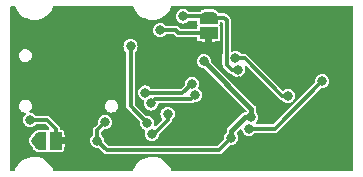
<source format=gbr>
G04 #@! TF.GenerationSoftware,KiCad,Pcbnew,5.99.0-unknown-c5e195bdff~131~ubuntu18.04.1*
G04 #@! TF.CreationDate,2021-08-10T19:15:15+02:00*
G04 #@! TF.ProjectId,TFASPDIMU02A,54464153-5044-4494-9d55-3032412e6b69,rev?*
G04 #@! TF.SameCoordinates,Original*
G04 #@! TF.FileFunction,Copper,L1,Top*
G04 #@! TF.FilePolarity,Positive*
%FSLAX46Y46*%
G04 Gerber Fmt 4.6, Leading zero omitted, Abs format (unit mm)*
G04 Created by KiCad (PCBNEW 5.99.0-unknown-c5e195bdff~131~ubuntu18.04.1) date 2021-08-10 19:15:15*
%MOMM*%
%LPD*%
G01*
G04 APERTURE LIST*
G04 Aperture macros list*
%AMFreePoly0*
4,1,22,0.550000,-0.750000,0.000000,-0.750000,0.000000,-0.745033,-0.079941,-0.743568,-0.215256,-0.701293,-0.333266,-0.622738,-0.424486,-0.514219,-0.481581,-0.384460,-0.499164,-0.250000,-0.500000,-0.250000,-0.500000,0.250000,-0.499164,0.250000,-0.499963,0.256109,-0.478152,0.396186,-0.417904,0.524511,-0.324060,0.630769,-0.204165,0.706417,-0.067858,0.745374,0.000000,0.744959,0.000000,0.750000,
0.550000,0.750000,0.550000,-0.750000,0.550000,-0.750000,$1*%
%AMFreePoly1*
4,1,20,0.000000,0.744959,0.073905,0.744508,0.209726,0.703889,0.328688,0.626782,0.421226,0.519385,0.479903,0.390333,0.500000,0.250000,0.500000,-0.250000,0.499851,-0.262216,0.476331,-0.402017,0.414519,-0.529596,0.319384,-0.634700,0.198574,-0.708877,0.061801,-0.746166,0.000000,-0.745033,0.000000,-0.750000,-0.550000,-0.750000,-0.550000,0.750000,0.000000,0.750000,0.000000,0.744959,
0.000000,0.744959,$1*%
G04 Aperture macros list end*
G04 #@! TA.AperFunction,SMDPad,CuDef*
%ADD10FreePoly0,180.000000*%
G04 #@! TD*
G04 #@! TA.AperFunction,SMDPad,CuDef*
%ADD11R,1.000000X1.500000*%
G04 #@! TD*
G04 #@! TA.AperFunction,SMDPad,CuDef*
%ADD12FreePoly1,180.000000*%
G04 #@! TD*
G04 #@! TA.AperFunction,SMDPad,CuDef*
%ADD13FreePoly0,90.000000*%
G04 #@! TD*
G04 #@! TA.AperFunction,SMDPad,CuDef*
%ADD14R,1.500000X1.000000*%
G04 #@! TD*
G04 #@! TA.AperFunction,SMDPad,CuDef*
%ADD15FreePoly1,90.000000*%
G04 #@! TD*
G04 #@! TA.AperFunction,ViaPad*
%ADD16C,0.800000*%
G04 #@! TD*
G04 #@! TA.AperFunction,Conductor*
%ADD17C,0.300000*%
G04 #@! TD*
G04 #@! TA.AperFunction,Conductor*
%ADD18C,0.400000*%
G04 #@! TD*
G04 #@! TA.AperFunction,Conductor*
%ADD19C,0.200000*%
G04 #@! TD*
G04 APERTURE END LIST*
G36*
X5218000Y2748000D02*
G01*
X4718000Y2748000D01*
X4718000Y3348000D01*
X5218000Y3348000D01*
X5218000Y2748000D01*
G37*
G36*
X17572000Y11292000D02*
G01*
X16972000Y11292000D01*
X16972000Y11792000D01*
X17572000Y11792000D01*
X17572000Y11292000D01*
G37*
D10*
X5618000Y3048000D03*
D11*
X4318000Y3048000D03*
D12*
X3018000Y3048000D03*
D13*
X17272000Y10892000D03*
D14*
X17272000Y12192000D03*
D15*
X17272000Y13492000D03*
D16*
X8890000Y11684000D03*
X27559000Y12700000D03*
X21336000Y11049000D03*
X28829000Y9779000D03*
X1270000Y12700000D03*
X27559000Y13716000D03*
X8382000Y1016000D03*
X27432000Y1397000D03*
X28067000Y5080000D03*
X19858561Y8078471D03*
X5080000Y13843000D03*
X14859000Y1143000D03*
X11303000Y3810000D03*
X29083000Y7366000D03*
X27432000Y2413000D03*
X1016000Y4953000D03*
X29083000Y8636000D03*
X15875000Y8890000D03*
X28702000Y12700000D03*
X8890000Y12700000D03*
X21300000Y7300000D03*
X10541000Y1016000D03*
X1270000Y11684000D03*
X28829000Y2413000D03*
X17526000Y1143000D03*
X29083000Y6096000D03*
X1016000Y1651000D03*
X15113000Y11303000D03*
X24638000Y4191000D03*
X2540000Y12700000D03*
X24384000Y10795000D03*
X26162000Y2921000D03*
X17780000Y3429000D03*
X5080000Y12700000D03*
X27432000Y6985000D03*
X26289000Y11811000D03*
X16256000Y1143000D03*
X9525000Y1016000D03*
X24384000Y11811000D03*
X26289000Y10668000D03*
X3810000Y12700000D03*
X22600000Y9400000D03*
X28702000Y13716000D03*
X14732000Y5715000D03*
X29083000Y5080000D03*
X28829000Y1397000D03*
X24100000Y2100000D03*
X16868069Y9802021D03*
X20887970Y5064889D03*
X19200000Y3302000D03*
X7852166Y3069834D03*
X8509000Y4630500D03*
X19751942Y9072271D03*
X15113000Y13589000D03*
X13170500Y12428036D03*
X20682203Y4086796D03*
X26900000Y8100000D03*
X19554163Y10052010D03*
X24003000Y6858000D03*
X15875000Y7890497D03*
X11908500Y7136400D03*
X16144950Y6928140D03*
X12408511Y6223000D03*
X12465944Y3619102D03*
X13807511Y5334000D03*
X12065000Y4572000D03*
X10668000Y11049000D03*
X2159000Y4826000D03*
X2650500Y3076042D03*
D17*
X21300000Y7300000D02*
X21300000Y7600000D01*
D18*
X20887970Y5064889D02*
X20391612Y5064889D01*
X20391612Y5064889D02*
X19200000Y3873277D01*
D17*
X18184000Y2286000D02*
X19200000Y3302000D01*
X7852166Y3069834D02*
X8636000Y2286000D01*
X8636000Y2286000D02*
X18184000Y2286000D01*
D18*
X16868069Y9802021D02*
X20887970Y5782120D01*
D17*
X7852166Y3069834D02*
X7852166Y3973666D01*
D18*
X19200000Y3873277D02*
X19200000Y3302000D01*
D17*
X7852166Y3973666D02*
X8509000Y4630500D01*
D18*
X20887970Y5782120D02*
X20887970Y5064889D01*
D17*
X18808489Y13255511D02*
X18808489Y10366292D01*
X15113000Y13589000D02*
X17175000Y13589000D01*
X17272000Y13492000D02*
X18572000Y13492000D01*
X18808489Y10366292D02*
X18804662Y10362465D01*
X17175000Y13589000D02*
X17272000Y13492000D01*
X18804662Y10362465D02*
X18804662Y9495338D01*
X19227729Y9072271D02*
X19751942Y9072271D01*
X18804662Y9495338D02*
X19227729Y9072271D01*
X18572000Y13492000D02*
X18808489Y13255511D01*
X14708000Y12192000D02*
X14500000Y12400000D01*
X14471964Y12428036D02*
X14500000Y12400000D01*
X17272000Y12192000D02*
X14708000Y12192000D01*
X13170500Y12428036D02*
X14471964Y12428036D01*
X22886796Y4086796D02*
X20682203Y4086796D01*
X26900000Y8100000D02*
X22886796Y4086796D01*
X20320000Y10033000D02*
X23495000Y6858000D01*
X19812000Y10033000D02*
X20320000Y10033000D01*
X23495000Y6858000D02*
X24003000Y6858000D01*
D19*
X11908500Y7136400D02*
X11975703Y7069197D01*
D17*
X15875000Y7890497D02*
X15053700Y7069197D01*
X15053700Y7069197D02*
X11975703Y7069197D01*
X12755188Y6569677D02*
X12408511Y6223000D01*
X16144950Y6928140D02*
X15786487Y6569677D01*
X15786487Y6569677D02*
X12755188Y6569677D01*
X13807511Y5334000D02*
X13807511Y4807511D01*
X12619102Y3619102D02*
X12465944Y3619102D01*
X13807511Y4807511D02*
X12619102Y3619102D01*
X12065000Y4572000D02*
X10668000Y5969000D01*
X10668000Y5969000D02*
X10668000Y11049000D01*
X2159000Y4826000D02*
X3590000Y4826000D01*
X4318000Y4098000D02*
X4318000Y3048000D01*
X3590000Y4826000D02*
X4318000Y4098000D01*
X2584500Y2794000D02*
X2764000Y2794000D01*
X2764000Y2794000D02*
X3018000Y3048000D01*
G04 #@! TA.AperFunction,Conductor*
G36*
X861077Y14481093D02*
G01*
X896632Y14432822D01*
X930031Y14334430D01*
X930034Y14334424D01*
X931241Y14330867D01*
X932971Y14327536D01*
X932973Y14327532D01*
X1048513Y14105110D01*
X1050505Y14101275D01*
X1203125Y13892364D01*
X1385589Y13708942D01*
X1593698Y13555230D01*
X1822663Y13434766D01*
X1826218Y13433538D01*
X1826219Y13433538D01*
X1886751Y13412636D01*
X2067215Y13350321D01*
X2070912Y13349646D01*
X2070919Y13349644D01*
X2282392Y13311023D01*
X2321726Y13303839D01*
X2404519Y13299500D01*
X2565782Y13299500D01*
X2642777Y13305357D01*
X2754222Y13313834D01*
X2754228Y13313835D01*
X2757976Y13314120D01*
X3010015Y13372539D01*
X3250318Y13468410D01*
X3473354Y13599527D01*
X3673991Y13762871D01*
X3847613Y13954685D01*
X3990222Y14170553D01*
X3991797Y14173969D01*
X4096960Y14402085D01*
X4096962Y14402090D01*
X4098538Y14405509D01*
X4105115Y14428370D01*
X4139373Y14479066D01*
X4200256Y14500000D01*
X10802886Y14500000D01*
X10861077Y14481093D01*
X10896632Y14432822D01*
X10930031Y14334430D01*
X10930034Y14334424D01*
X10931241Y14330867D01*
X10932971Y14327536D01*
X10932973Y14327532D01*
X11048513Y14105110D01*
X11050505Y14101275D01*
X11203125Y13892364D01*
X11385589Y13708942D01*
X11593698Y13555230D01*
X11822663Y13434766D01*
X11826218Y13433538D01*
X11826219Y13433538D01*
X11886751Y13412636D01*
X12067215Y13350321D01*
X12070912Y13349646D01*
X12070919Y13349644D01*
X12282392Y13311023D01*
X12321726Y13303839D01*
X12404519Y13299500D01*
X12565782Y13299500D01*
X12642777Y13305357D01*
X12754222Y13313834D01*
X12754228Y13313835D01*
X12757976Y13314120D01*
X13010015Y13372539D01*
X13250318Y13468410D01*
X13473354Y13599527D01*
X13673991Y13762871D01*
X13847613Y13954685D01*
X13990222Y14170553D01*
X13991797Y14173969D01*
X14096960Y14402085D01*
X14096962Y14402090D01*
X14098538Y14405509D01*
X14105115Y14428370D01*
X14139373Y14479066D01*
X14200256Y14500000D01*
X29401000Y14500000D01*
X29459191Y14481093D01*
X29495155Y14431593D01*
X29500000Y14401000D01*
X29500000Y599000D01*
X29481093Y540809D01*
X29431593Y504845D01*
X29401000Y500000D01*
X14197114Y500000D01*
X14138923Y518907D01*
X14103368Y567178D01*
X14069969Y665570D01*
X14069966Y665576D01*
X14068759Y669133D01*
X13987257Y826031D01*
X13951231Y895384D01*
X13951228Y895389D01*
X13949495Y898725D01*
X13796875Y1107636D01*
X13614411Y1291058D01*
X13406302Y1444770D01*
X13177337Y1565234D01*
X12932785Y1649679D01*
X12929088Y1650354D01*
X12929081Y1650356D01*
X12681400Y1695590D01*
X12681401Y1695590D01*
X12678274Y1696161D01*
X12595481Y1700500D01*
X12434218Y1700500D01*
X12357223Y1694643D01*
X12245778Y1686166D01*
X12245772Y1686165D01*
X12242024Y1685880D01*
X11989985Y1627461D01*
X11749682Y1531590D01*
X11526646Y1400473D01*
X11326009Y1237129D01*
X11152387Y1045315D01*
X11009778Y829447D01*
X11008204Y826033D01*
X11008203Y826031D01*
X10903541Y599000D01*
X10901462Y594491D01*
X10900420Y590868D01*
X10900419Y590866D01*
X10894885Y571630D01*
X10860627Y520934D01*
X10799744Y500000D01*
X4197114Y500000D01*
X4138923Y518907D01*
X4103368Y567178D01*
X4069969Y665570D01*
X4069966Y665576D01*
X4068759Y669133D01*
X3987257Y826031D01*
X3951231Y895384D01*
X3951228Y895389D01*
X3949495Y898725D01*
X3796875Y1107636D01*
X3614411Y1291058D01*
X3406302Y1444770D01*
X3177337Y1565234D01*
X2932785Y1649679D01*
X2929088Y1650354D01*
X2929081Y1650356D01*
X2681400Y1695590D01*
X2681401Y1695590D01*
X2678274Y1696161D01*
X2595481Y1700500D01*
X2434218Y1700500D01*
X2357223Y1694643D01*
X2245778Y1686166D01*
X2245772Y1686165D01*
X2242024Y1685880D01*
X1989985Y1627461D01*
X1749682Y1531590D01*
X1526646Y1400473D01*
X1326009Y1237129D01*
X1152387Y1045315D01*
X1009778Y829447D01*
X1008204Y826033D01*
X1008203Y826031D01*
X903541Y599000D01*
X901462Y594491D01*
X900420Y590868D01*
X900419Y590866D01*
X894885Y571630D01*
X860627Y520934D01*
X799744Y500000D01*
X599000Y500000D01*
X540809Y518907D01*
X504845Y568407D01*
X500000Y599000D01*
X500000Y6000000D01*
X1194750Y6000000D01*
X1195597Y5993567D01*
X1212511Y5865097D01*
X1213670Y5856291D01*
X1269139Y5722375D01*
X1357379Y5607379D01*
X1472375Y5519139D01*
X1606291Y5463670D01*
X1612720Y5462824D01*
X1612722Y5462823D01*
X1708451Y5450220D01*
X1763676Y5423879D01*
X1792871Y5370108D01*
X1784885Y5309446D01*
X1755796Y5273525D01*
X1730718Y5254282D01*
X1634464Y5128841D01*
X1573956Y4982762D01*
X1564130Y4908127D01*
X1555956Y4846034D01*
X1553318Y4826000D01*
X1573956Y4669238D01*
X1576440Y4663241D01*
X1585163Y4642183D01*
X1634464Y4523159D01*
X1730718Y4397718D01*
X1856159Y4301464D01*
X2002238Y4240956D01*
X2159000Y4220318D01*
X2315762Y4240956D01*
X2461841Y4301464D01*
X2587282Y4397718D01*
X2617246Y4436767D01*
X2667669Y4471423D01*
X2695787Y4475500D01*
X3403810Y4475500D01*
X3462001Y4456593D01*
X3473814Y4446504D01*
X3773411Y4146907D01*
X3801188Y4092390D01*
X3791617Y4031958D01*
X3748352Y3988693D01*
X3747899Y3988484D01*
X3739769Y3986867D01*
X3731666Y3981452D01*
X3730880Y3981127D01*
X3669883Y3976330D01*
X3655115Y3981129D01*
X3654334Y3981452D01*
X3646231Y3986867D01*
X3636673Y3988768D01*
X3636671Y3988769D01*
X3592513Y3997552D01*
X3568000Y4002428D01*
X3027569Y4002428D01*
X3025755Y4002445D01*
X3024857Y4002461D01*
X2959311Y4003663D01*
X2901792Y3996498D01*
X2898400Y3995573D01*
X2898394Y3995572D01*
X2830367Y3977025D01*
X2763612Y3958825D01*
X2760390Y3957431D01*
X2760388Y3957430D01*
X2738872Y3948119D01*
X2710419Y3935806D01*
X2707420Y3933965D01*
X2707415Y3933962D01*
X2626598Y3884340D01*
X2588367Y3860866D01*
X2543772Y3823843D01*
X2486681Y3760771D01*
X2454420Y3725129D01*
X2447658Y3717659D01*
X2415245Y3669605D01*
X2407956Y3654560D01*
X2406793Y3652159D01*
X2364405Y3608035D01*
X2355593Y3603864D01*
X2354519Y3603419D01*
X2353653Y3603061D01*
X2353652Y3603060D01*
X2347659Y3600578D01*
X2222218Y3504324D01*
X2125964Y3378883D01*
X2065456Y3232804D01*
X2044818Y3076042D01*
X2065456Y2919280D01*
X2125964Y2773201D01*
X2222218Y2647760D01*
X2227363Y2643812D01*
X2227367Y2643808D01*
X2286835Y2598177D01*
X2309736Y2573339D01*
X2321675Y2554848D01*
X2328101Y2549782D01*
X2354252Y2529166D01*
X2383083Y2492396D01*
X2404886Y2444443D01*
X2404889Y2444437D01*
X2406347Y2441231D01*
X2437574Y2392402D01*
X2439868Y2389739D01*
X2439873Y2389733D01*
X2510485Y2307784D01*
X2531064Y2283901D01*
X2533720Y2281584D01*
X2533722Y2281582D01*
X2542558Y2273874D01*
X2574742Y2245798D01*
X2694927Y2167898D01*
X2698126Y2166420D01*
X2744345Y2145064D01*
X2744352Y2145062D01*
X2747545Y2143586D01*
X2884763Y2102550D01*
X2888240Y2102030D01*
X2888246Y2102029D01*
X2912210Y2098448D01*
X2942086Y2093983D01*
X3085307Y2093108D01*
X3087730Y2093440D01*
X3091798Y2093572D01*
X3568000Y2093572D01*
X3613136Y2102550D01*
X3636671Y2107231D01*
X3636673Y2107232D01*
X3646231Y2109133D01*
X3654334Y2114548D01*
X3655115Y2114871D01*
X3716112Y2119671D01*
X3730885Y2114871D01*
X3731666Y2114548D01*
X3739769Y2109133D01*
X3749327Y2107232D01*
X3749329Y2107231D01*
X3767781Y2103561D01*
X3798252Y2097500D01*
X4837748Y2097500D01*
X4868219Y2103561D01*
X4886666Y2107230D01*
X4886668Y2107231D01*
X4896231Y2109133D01*
X4962552Y2153448D01*
X5006867Y2219769D01*
X5012045Y2245798D01*
X5017552Y2273488D01*
X5018500Y2278252D01*
X5018500Y2449000D01*
X5037407Y2507191D01*
X5086907Y2543155D01*
X5117500Y2548000D01*
X5212123Y2548000D01*
X5263449Y2547955D01*
X5273498Y2552781D01*
X5273500Y2552781D01*
X5274341Y2553185D01*
X5295183Y2560463D01*
X5296093Y2560670D01*
X5296096Y2560672D01*
X5306962Y2563150D01*
X5316210Y2570520D01*
X5335046Y2582334D01*
X5335653Y2582625D01*
X5335657Y2582628D01*
X5345705Y2587453D01*
X5353254Y2596893D01*
X5368872Y2612484D01*
X5378323Y2620015D01*
X5383459Y2630663D01*
X5395308Y2649478D01*
X5395730Y2650005D01*
X5395732Y2650010D01*
X5402694Y2658715D01*
X5405402Y2670492D01*
X5412715Y2691318D01*
X5413123Y2692164D01*
X5417965Y2702202D01*
X5417985Y2725213D01*
X5419730Y2725211D01*
X5419724Y2725277D01*
X5418000Y2725277D01*
X5418000Y2742123D01*
X5418045Y2793160D01*
X5418045Y2793449D01*
X5418003Y2793537D01*
X5418000Y2793561D01*
X5418000Y3069834D01*
X7246484Y3069834D01*
X7267122Y2913072D01*
X7327630Y2766993D01*
X7423884Y2641552D01*
X7549325Y2545298D01*
X7588271Y2529166D01*
X7677042Y2492396D01*
X7695404Y2484790D01*
X7852166Y2464152D01*
X7858600Y2464999D01*
X7858601Y2464999D01*
X7900966Y2470576D01*
X7961127Y2459425D01*
X7983891Y2442427D01*
X8354255Y2072063D01*
X8367420Y2055760D01*
X8368733Y2053726D01*
X8368736Y2053722D01*
X8373175Y2046848D01*
X8398332Y2027016D01*
X8402738Y2023100D01*
X8402739Y2023101D01*
X8405868Y2020450D01*
X8408747Y2017571D01*
X8412061Y2015203D01*
X8412062Y2015202D01*
X8423591Y2006963D01*
X8427319Y2004164D01*
X8441061Y1993331D01*
X8464811Y1974608D01*
X8472114Y1972043D01*
X8473369Y1971391D01*
X8479670Y1966889D01*
X8517476Y1955583D01*
X8525412Y1953209D01*
X8529846Y1951768D01*
X8569030Y1938008D01*
X8569034Y1938007D01*
X8574906Y1935945D01*
X8580044Y1935500D01*
X8582182Y1935500D01*
X8583901Y1935426D01*
X8585262Y1935311D01*
X8591464Y1933456D01*
X8599635Y1933777D01*
X8641554Y1935424D01*
X8645441Y1935500D01*
X18136052Y1935500D01*
X18156888Y1933282D01*
X18158170Y1933006D01*
X18167261Y1931049D01*
X18199071Y1934814D01*
X18204963Y1935161D01*
X18204963Y1935164D01*
X18209030Y1935500D01*
X18213115Y1935500D01*
X18217141Y1936170D01*
X18217152Y1936171D01*
X18231119Y1938496D01*
X18235726Y1939152D01*
X18258689Y1941870D01*
X18275012Y1943802D01*
X18275013Y1943802D01*
X18283138Y1944764D01*
X18290122Y1948118D01*
X18291454Y1948539D01*
X18299103Y1949812D01*
X18341160Y1972505D01*
X18345283Y1974605D01*
X18382717Y1992580D01*
X18382721Y1992582D01*
X18388326Y1995274D01*
X18392274Y1998592D01*
X18393782Y2000100D01*
X18395071Y2001282D01*
X18396097Y2002148D01*
X18401794Y2005222D01*
X18413210Y2017571D01*
X18435810Y2042020D01*
X18438504Y2044822D01*
X19068275Y2674593D01*
X19122792Y2702370D01*
X19151200Y2702742D01*
X19193565Y2697165D01*
X19193566Y2697165D01*
X19200000Y2696318D01*
X19356762Y2716956D01*
X19502841Y2777464D01*
X19628282Y2873718D01*
X19724536Y2999159D01*
X19785044Y3145238D01*
X19805682Y3302000D01*
X19785044Y3458762D01*
X19724536Y3604841D01*
X19708656Y3625536D01*
X19679015Y3664166D01*
X19658591Y3721842D01*
X19675969Y3780508D01*
X19687553Y3794437D01*
X19923328Y4030212D01*
X19977845Y4057989D01*
X20038277Y4048418D01*
X20081542Y4005153D01*
X20091485Y3973131D01*
X20092658Y3964225D01*
X20097159Y3930034D01*
X20157667Y3783955D01*
X20253921Y3658514D01*
X20379362Y3562260D01*
X20525441Y3501752D01*
X20682203Y3481114D01*
X20838965Y3501752D01*
X20985044Y3562260D01*
X21110485Y3658514D01*
X21140449Y3697563D01*
X21190872Y3732219D01*
X21218990Y3736296D01*
X22838848Y3736296D01*
X22859684Y3734078D01*
X22860966Y3733802D01*
X22870057Y3731845D01*
X22901867Y3735610D01*
X22907759Y3735957D01*
X22907759Y3735960D01*
X22911826Y3736296D01*
X22915911Y3736296D01*
X22919937Y3736966D01*
X22919948Y3736967D01*
X22933915Y3739292D01*
X22938522Y3739948D01*
X22961485Y3742666D01*
X22977808Y3744598D01*
X22977809Y3744598D01*
X22985934Y3745560D01*
X22992918Y3748914D01*
X22994250Y3749335D01*
X23001899Y3750608D01*
X23043956Y3773301D01*
X23048079Y3775401D01*
X23085513Y3793376D01*
X23085517Y3793378D01*
X23091122Y3796070D01*
X23095070Y3799388D01*
X23096578Y3800896D01*
X23097867Y3802078D01*
X23098893Y3802944D01*
X23104590Y3806018D01*
X23110141Y3812023D01*
X23110146Y3812027D01*
X23138605Y3842814D01*
X23141299Y3845617D01*
X26768275Y7472593D01*
X26822792Y7500370D01*
X26851200Y7500742D01*
X26893565Y7495165D01*
X26893566Y7495165D01*
X26900000Y7494318D01*
X27056762Y7514956D01*
X27202841Y7575464D01*
X27328282Y7671718D01*
X27424536Y7797159D01*
X27485044Y7943238D01*
X27505682Y8100000D01*
X27485044Y8256762D01*
X27424536Y8402841D01*
X27328282Y8528282D01*
X27202841Y8624536D01*
X27085046Y8673329D01*
X27062759Y8682560D01*
X27056762Y8685044D01*
X26900000Y8705682D01*
X26743238Y8685044D01*
X26737241Y8682560D01*
X26714954Y8673329D01*
X26597159Y8624536D01*
X26471718Y8528282D01*
X26375464Y8402841D01*
X26314956Y8256762D01*
X26294318Y8100000D01*
X26295165Y8093566D01*
X26295165Y8093565D01*
X26300742Y8051200D01*
X26289591Y7991039D01*
X26272593Y7968275D01*
X22770610Y4466292D01*
X22716093Y4438515D01*
X22700606Y4437296D01*
X21348149Y4437296D01*
X21289958Y4456203D01*
X21253994Y4505703D01*
X21253994Y4566889D01*
X21287882Y4614838D01*
X21311099Y4632653D01*
X21316252Y4636607D01*
X21412506Y4762048D01*
X21473014Y4908127D01*
X21493652Y5064889D01*
X21473014Y5221651D01*
X21412506Y5367730D01*
X21316252Y5493171D01*
X21316227Y5493190D01*
X21289689Y5545275D01*
X21288470Y5560762D01*
X21288470Y5845553D01*
X21285759Y5853897D01*
X21281015Y5868499D01*
X21277389Y5883603D01*
X21274835Y5899728D01*
X21274835Y5899729D01*
X21273616Y5907424D01*
X21262665Y5928917D01*
X21256723Y5943261D01*
X21255140Y5948133D01*
X21249267Y5966209D01*
X21244689Y5972510D01*
X21244687Y5972514D01*
X21235083Y5985733D01*
X21226967Y5998977D01*
X21223168Y6006433D01*
X21216020Y6020462D01*
X21193457Y6043025D01*
X21193454Y6043029D01*
X17501900Y9734583D01*
X17474123Y9789100D01*
X17473347Y9798955D01*
X17473751Y9802021D01*
X17453113Y9958783D01*
X17392605Y10104862D01*
X17296351Y10230303D01*
X17170910Y10326557D01*
X17024831Y10387065D01*
X16868069Y10407703D01*
X16711307Y10387065D01*
X16565228Y10326557D01*
X16439787Y10230303D01*
X16343533Y10104862D01*
X16283025Y9958783D01*
X16262387Y9802021D01*
X16283025Y9645259D01*
X16343533Y9499180D01*
X16439787Y9373739D01*
X16565228Y9277485D01*
X16711307Y9216977D01*
X16833349Y9200910D01*
X16861635Y9197186D01*
X16868069Y9196339D01*
X16868098Y9196343D01*
X16923694Y9178279D01*
X16935507Y9168190D01*
X20458474Y5645223D01*
X20486251Y5590706D01*
X20487470Y5575219D01*
X20487470Y5564389D01*
X20468563Y5506198D01*
X20419063Y5470234D01*
X20388470Y5465389D01*
X20328179Y5465389D01*
X20305232Y5457933D01*
X20290131Y5454308D01*
X20274003Y5451754D01*
X20274001Y5451753D01*
X20266308Y5450535D01*
X20244813Y5439583D01*
X20230467Y5433640D01*
X20214932Y5428593D01*
X20214928Y5428591D01*
X20207523Y5426185D01*
X20188002Y5412002D01*
X20174763Y5403890D01*
X20160209Y5396475D01*
X20160207Y5396473D01*
X20153270Y5392939D01*
X20130707Y5370376D01*
X20130703Y5370373D01*
X18894516Y4134186D01*
X18894513Y4134182D01*
X18871950Y4111619D01*
X18860998Y4090123D01*
X18852884Y4076884D01*
X18838704Y4057367D01*
X18836296Y4049956D01*
X18831248Y4034420D01*
X18825305Y4020074D01*
X18814354Y3998581D01*
X18813136Y3990888D01*
X18813135Y3990886D01*
X18810581Y3974758D01*
X18806956Y3959657D01*
X18799500Y3936710D01*
X18799500Y3797873D01*
X18780593Y3739682D01*
X18774175Y3732167D01*
X18771718Y3730282D01*
X18675464Y3604841D01*
X18614956Y3458762D01*
X18594318Y3302000D01*
X18595165Y3295566D01*
X18595165Y3295565D01*
X18600742Y3253200D01*
X18589591Y3193039D01*
X18572593Y3170275D01*
X18067814Y2665496D01*
X18013297Y2637719D01*
X17997810Y2636500D01*
X8822190Y2636500D01*
X8763999Y2655407D01*
X8752186Y2665496D01*
X8479573Y2938109D01*
X8451796Y2992626D01*
X8451424Y3021034D01*
X8457001Y3063399D01*
X8457001Y3063400D01*
X8457848Y3069834D01*
X8437210Y3226596D01*
X8376702Y3372675D01*
X8280448Y3498116D01*
X8241399Y3528080D01*
X8206743Y3578503D01*
X8202666Y3606621D01*
X8202666Y3787476D01*
X8221573Y3845667D01*
X8231662Y3857480D01*
X8377275Y4003093D01*
X8431792Y4030870D01*
X8460200Y4031242D01*
X8502565Y4025665D01*
X8502566Y4025665D01*
X8509000Y4024818D01*
X8516194Y4025765D01*
X8545490Y4029622D01*
X8665762Y4045456D01*
X8811841Y4105964D01*
X8937282Y4202218D01*
X9033536Y4327659D01*
X9094044Y4473738D01*
X9114682Y4630500D01*
X9094044Y4787262D01*
X9033536Y4933341D01*
X8937282Y5058782D01*
X8811841Y5155036D01*
X8665762Y5215544D01*
X8509000Y5236182D01*
X8352238Y5215544D01*
X8206159Y5155036D01*
X8080718Y5058782D01*
X7984464Y4933341D01*
X7923956Y4787262D01*
X7903318Y4630500D01*
X7904165Y4624066D01*
X7904165Y4624065D01*
X7909742Y4581700D01*
X7898591Y4521539D01*
X7881593Y4498775D01*
X7638229Y4255411D01*
X7621926Y4242246D01*
X7619892Y4240933D01*
X7619888Y4240930D01*
X7613014Y4236491D01*
X7593181Y4211334D01*
X7589267Y4206929D01*
X7589268Y4206928D01*
X7586615Y4203797D01*
X7583738Y4200920D01*
X7573122Y4186065D01*
X7570336Y4182354D01*
X7540774Y4144855D01*
X7538208Y4137548D01*
X7537561Y4136303D01*
X7533055Y4129997D01*
X7529205Y4117124D01*
X7519374Y4084251D01*
X7517933Y4079815D01*
X7505570Y4044609D01*
X7502111Y4034760D01*
X7501666Y4029622D01*
X7501666Y4027484D01*
X7501592Y4025765D01*
X7501477Y4024404D01*
X7499622Y4018202D01*
X7499943Y4010031D01*
X7501590Y3968112D01*
X7501666Y3964225D01*
X7501666Y3606621D01*
X7482759Y3548430D01*
X7462934Y3528080D01*
X7423884Y3498116D01*
X7327630Y3372675D01*
X7267122Y3226596D01*
X7246484Y3069834D01*
X5418000Y3069834D01*
X5418000Y3342123D01*
X5418045Y3393449D01*
X5412815Y3404341D01*
X5405537Y3425183D01*
X5405330Y3426093D01*
X5405328Y3426096D01*
X5402850Y3436962D01*
X5395480Y3446211D01*
X5383666Y3465046D01*
X5383375Y3465653D01*
X5383372Y3465657D01*
X5378547Y3475705D01*
X5369107Y3483254D01*
X5353516Y3498872D01*
X5345985Y3508323D01*
X5335337Y3513459D01*
X5316522Y3525308D01*
X5315995Y3525730D01*
X5315990Y3525732D01*
X5307285Y3532694D01*
X5295508Y3535402D01*
X5274682Y3542715D01*
X5273836Y3543123D01*
X5263798Y3547965D01*
X5252653Y3547975D01*
X5252652Y3547975D01*
X5240787Y3547985D01*
X5240789Y3549730D01*
X5240723Y3549724D01*
X5240723Y3548000D01*
X5223877Y3548000D01*
X5172840Y3548045D01*
X5172551Y3548045D01*
X5172463Y3548003D01*
X5172439Y3548000D01*
X5117500Y3548000D01*
X5059309Y3566907D01*
X5023345Y3616407D01*
X5018500Y3647000D01*
X5018500Y3817748D01*
X5010597Y3857480D01*
X5008770Y3866666D01*
X5008769Y3866668D01*
X5006867Y3876231D01*
X4962552Y3942552D01*
X4896231Y3986867D01*
X4886668Y3988769D01*
X4886666Y3988770D01*
X4863995Y3993279D01*
X4837748Y3998500D01*
X4770720Y3998500D01*
X4712529Y4017407D01*
X4676565Y4066907D01*
X4672406Y4085864D01*
X4669186Y4113071D01*
X4668839Y4118963D01*
X4668836Y4118963D01*
X4668500Y4123030D01*
X4668500Y4127115D01*
X4667830Y4131141D01*
X4667829Y4131152D01*
X4665504Y4145119D01*
X4664846Y4149738D01*
X4659236Y4197139D01*
X4655885Y4204119D01*
X4655460Y4205460D01*
X4654188Y4213103D01*
X4631500Y4255150D01*
X4629395Y4259283D01*
X4615184Y4288879D01*
X4608726Y4302327D01*
X4605407Y4306274D01*
X4603904Y4307777D01*
X4602727Y4309060D01*
X4601852Y4310097D01*
X4598778Y4315794D01*
X4592772Y4321346D01*
X4592768Y4321351D01*
X4561969Y4349821D01*
X4559166Y4352515D01*
X3871745Y5039937D01*
X3858580Y5056240D01*
X3857267Y5058274D01*
X3857264Y5058278D01*
X3852825Y5065152D01*
X3827668Y5084985D01*
X3823263Y5088899D01*
X3823262Y5088898D01*
X3820131Y5091551D01*
X3817254Y5094428D01*
X3802399Y5105044D01*
X3798681Y5107835D01*
X3767614Y5132327D01*
X3767613Y5132327D01*
X3761189Y5137392D01*
X3753882Y5139958D01*
X3752637Y5140605D01*
X3746331Y5145111D01*
X3713144Y5155036D01*
X3700585Y5158792D01*
X3696149Y5160233D01*
X3656967Y5173993D01*
X3656964Y5173994D01*
X3651094Y5176055D01*
X3645956Y5176500D01*
X3643818Y5176500D01*
X3642099Y5176574D01*
X3640738Y5176689D01*
X3634536Y5178544D01*
X3626365Y5178223D01*
X3584446Y5176576D01*
X3580559Y5176500D01*
X2695787Y5176500D01*
X2637596Y5195407D01*
X2617245Y5215233D01*
X2617007Y5215544D01*
X2587282Y5254282D01*
X2461841Y5350536D01*
X2315762Y5411044D01*
X2186542Y5428056D01*
X2131317Y5454397D01*
X2102122Y5508168D01*
X2110108Y5568830D01*
X2133728Y5597998D01*
X2132885Y5598841D01*
X2137472Y5603428D01*
X2142621Y5607379D01*
X2230861Y5722375D01*
X2286330Y5856291D01*
X2287490Y5865097D01*
X2304403Y5993567D01*
X2305250Y6000000D01*
X8494750Y6000000D01*
X8495597Y5993567D01*
X8512511Y5865097D01*
X8513670Y5856291D01*
X8569139Y5722375D01*
X8657379Y5607379D01*
X8772375Y5519139D01*
X8906291Y5463670D01*
X8912720Y5462824D01*
X8912722Y5462823D01*
X9043567Y5445597D01*
X9050000Y5444750D01*
X9056433Y5445597D01*
X9187278Y5462823D01*
X9187280Y5462824D01*
X9193709Y5463670D01*
X9327625Y5519139D01*
X9442621Y5607379D01*
X9530861Y5722375D01*
X9586330Y5856291D01*
X9587490Y5865097D01*
X9604403Y5993567D01*
X9605250Y6000000D01*
X9597319Y6060241D01*
X9587177Y6137278D01*
X9587176Y6137280D01*
X9586330Y6143709D01*
X9530861Y6277625D01*
X9442621Y6392621D01*
X9327625Y6480861D01*
X9193709Y6536330D01*
X9187280Y6537176D01*
X9187278Y6537177D01*
X9077779Y6551593D01*
X9050000Y6555250D01*
X9022221Y6551593D01*
X8912722Y6537177D01*
X8912720Y6537176D01*
X8906291Y6536330D01*
X8772375Y6480861D01*
X8657379Y6392621D01*
X8569139Y6277625D01*
X8513670Y6143709D01*
X8512824Y6137280D01*
X8512823Y6137278D01*
X8502681Y6060241D01*
X8494750Y6000000D01*
X2305250Y6000000D01*
X2297319Y6060241D01*
X2287177Y6137278D01*
X2287176Y6137280D01*
X2286330Y6143709D01*
X2230861Y6277625D01*
X2142621Y6392621D01*
X2027625Y6480861D01*
X1893709Y6536330D01*
X1887280Y6537176D01*
X1887278Y6537177D01*
X1777779Y6551593D01*
X1750000Y6555250D01*
X1722221Y6551593D01*
X1612722Y6537177D01*
X1612720Y6537176D01*
X1606291Y6536330D01*
X1472375Y6480861D01*
X1357379Y6392621D01*
X1269139Y6277625D01*
X1213670Y6143709D01*
X1212824Y6137280D01*
X1212823Y6137278D01*
X1202681Y6060241D01*
X1194750Y6000000D01*
X500000Y6000000D01*
X500000Y10300000D01*
X1194750Y10300000D01*
X1213670Y10156291D01*
X1269139Y10022375D01*
X1357379Y9907379D01*
X1472375Y9819139D01*
X1606291Y9763670D01*
X1612720Y9762824D01*
X1612722Y9762823D01*
X1743567Y9745597D01*
X1750000Y9744750D01*
X1756433Y9745597D01*
X1887278Y9762823D01*
X1887280Y9762824D01*
X1893709Y9763670D01*
X2027625Y9819139D01*
X2142621Y9907379D01*
X2230861Y10022375D01*
X2286330Y10156291D01*
X2305250Y10300000D01*
X2296500Y10366462D01*
X2287177Y10437278D01*
X2287176Y10437280D01*
X2286330Y10443709D01*
X2230861Y10577625D01*
X2142621Y10692621D01*
X2027625Y10780861D01*
X1893709Y10836330D01*
X1887280Y10837176D01*
X1887278Y10837177D01*
X1756433Y10854403D01*
X1750000Y10855250D01*
X1743567Y10854403D01*
X1612722Y10837177D01*
X1612720Y10837176D01*
X1606291Y10836330D01*
X1472375Y10780861D01*
X1357379Y10692621D01*
X1269139Y10577625D01*
X1213670Y10443709D01*
X1212824Y10437280D01*
X1212823Y10437278D01*
X1203500Y10366462D01*
X1194750Y10300000D01*
X500000Y10300000D01*
X500000Y11049000D01*
X10062318Y11049000D01*
X10082956Y10892238D01*
X10143464Y10746159D01*
X10239718Y10620718D01*
X10273235Y10595000D01*
X10278767Y10590755D01*
X10313423Y10540331D01*
X10317500Y10512213D01*
X10317500Y6016948D01*
X10315282Y5996112D01*
X10313049Y5985739D01*
X10315361Y5966209D01*
X10316814Y5953929D01*
X10317161Y5948037D01*
X10317164Y5948037D01*
X10317500Y5943970D01*
X10317500Y5939885D01*
X10318170Y5935859D01*
X10318171Y5935848D01*
X10320496Y5921881D01*
X10321152Y5917274D01*
X10321497Y5914363D01*
X10325138Y5883603D01*
X10326764Y5869862D01*
X10330118Y5862878D01*
X10330539Y5861546D01*
X10331812Y5853897D01*
X10354505Y5811840D01*
X10356605Y5807717D01*
X10374580Y5770283D01*
X10374582Y5770279D01*
X10377274Y5764674D01*
X10380592Y5760726D01*
X10382100Y5759218D01*
X10383282Y5757929D01*
X10384148Y5756903D01*
X10387222Y5751206D01*
X10393227Y5745655D01*
X10393231Y5745650D01*
X10424018Y5717191D01*
X10426821Y5714497D01*
X11437593Y4703725D01*
X11465370Y4649208D01*
X11465742Y4620800D01*
X11460841Y4583569D01*
X11459318Y4572000D01*
X11479956Y4415238D01*
X11482440Y4409241D01*
X11485079Y4402871D01*
X11540464Y4269159D01*
X11636718Y4143718D01*
X11762159Y4047464D01*
X11785937Y4037615D01*
X11868072Y4003593D01*
X11914598Y3963856D01*
X11928881Y3904361D01*
X11921650Y3874243D01*
X11880900Y3775864D01*
X11860262Y3619102D01*
X11880900Y3462340D01*
X11941408Y3316261D01*
X12037662Y3190820D01*
X12163103Y3094566D01*
X12309182Y3034058D01*
X12465944Y3013420D01*
X12622706Y3034058D01*
X12768785Y3094566D01*
X12894226Y3190820D01*
X12990480Y3316261D01*
X13050988Y3462340D01*
X13060696Y3536082D01*
X13088845Y3593163D01*
X14021448Y4525766D01*
X14037751Y4538931D01*
X14039785Y4540244D01*
X14039789Y4540247D01*
X14046663Y4544686D01*
X14066496Y4569843D01*
X14070410Y4574248D01*
X14070409Y4574249D01*
X14073062Y4577380D01*
X14075939Y4580257D01*
X14086555Y4595112D01*
X14089346Y4598830D01*
X14113838Y4629897D01*
X14113838Y4629898D01*
X14118903Y4636322D01*
X14121469Y4643629D01*
X14122116Y4644874D01*
X14126622Y4651180D01*
X14140304Y4696928D01*
X14141745Y4701362D01*
X14155503Y4740541D01*
X14155504Y4740544D01*
X14157566Y4746417D01*
X14158011Y4751555D01*
X14158011Y4753693D01*
X14158085Y4755411D01*
X14158200Y4756772D01*
X14160055Y4762974D01*
X14158840Y4793904D01*
X14175449Y4852792D01*
X14197496Y4876332D01*
X14202263Y4879990D01*
X14235793Y4905718D01*
X14332047Y5031159D01*
X14392555Y5177238D01*
X14413193Y5334000D01*
X14392555Y5490762D01*
X14332047Y5636841D01*
X14235793Y5762282D01*
X14110352Y5858536D01*
X13964273Y5919044D01*
X13807511Y5939682D01*
X13650749Y5919044D01*
X13504670Y5858536D01*
X13379229Y5762282D01*
X13282975Y5636841D01*
X13222467Y5490762D01*
X13201829Y5334000D01*
X13222467Y5177238D01*
X13282975Y5031159D01*
X13286926Y5026010D01*
X13339751Y4957166D01*
X13360175Y4899490D01*
X13342797Y4840824D01*
X13331213Y4826895D01*
X12811403Y4307085D01*
X12756886Y4279308D01*
X12696454Y4288879D01*
X12653189Y4332144D01*
X12643618Y4392576D01*
X12646505Y4402808D01*
X12645881Y4402975D01*
X12647560Y4409241D01*
X12650044Y4415238D01*
X12670682Y4572000D01*
X12650044Y4728762D01*
X12589536Y4874841D01*
X12493282Y5000282D01*
X12367841Y5096536D01*
X12221762Y5157044D01*
X12090569Y5174316D01*
X12071434Y5176835D01*
X12065000Y5177682D01*
X12058566Y5176835D01*
X12058565Y5176835D01*
X12016200Y5171258D01*
X11956039Y5182409D01*
X11933275Y5199407D01*
X11047496Y6085186D01*
X11019719Y6139703D01*
X11018500Y6155190D01*
X11018500Y7136400D01*
X11302818Y7136400D01*
X11323456Y6979638D01*
X11383964Y6833559D01*
X11480218Y6708118D01*
X11605659Y6611864D01*
X11751738Y6551356D01*
X11759077Y6550390D01*
X11759242Y6550368D01*
X11759938Y6550036D01*
X11764439Y6548830D01*
X11764216Y6547996D01*
X11814468Y6524028D01*
X11843663Y6470257D01*
X11837785Y6414330D01*
X11825952Y6385762D01*
X11823467Y6379762D01*
X11802829Y6223000D01*
X11823467Y6066238D01*
X11883975Y5920159D01*
X11980229Y5794718D01*
X12105670Y5698464D01*
X12251749Y5637956D01*
X12408511Y5617318D01*
X12565273Y5637956D01*
X12711352Y5698464D01*
X12836793Y5794718D01*
X12933047Y5920159D01*
X12993555Y6066238D01*
X13002358Y6133100D01*
X13028700Y6188325D01*
X13082471Y6217519D01*
X13100511Y6219177D01*
X15738539Y6219177D01*
X15759375Y6216959D01*
X15760657Y6216683D01*
X15769748Y6214726D01*
X15801558Y6218491D01*
X15807450Y6218838D01*
X15807450Y6218841D01*
X15811517Y6219177D01*
X15815602Y6219177D01*
X15819628Y6219847D01*
X15819639Y6219848D01*
X15833606Y6222173D01*
X15838213Y6222829D01*
X15861176Y6225547D01*
X15877499Y6227479D01*
X15877500Y6227479D01*
X15885625Y6228441D01*
X15892609Y6231795D01*
X15893941Y6232216D01*
X15901590Y6233489D01*
X15943647Y6256182D01*
X15947770Y6258282D01*
X15985204Y6276257D01*
X15985208Y6276259D01*
X15990813Y6278951D01*
X15994761Y6282269D01*
X15996269Y6283777D01*
X15997558Y6284959D01*
X15998584Y6285825D01*
X16004281Y6288899D01*
X16009831Y6294903D01*
X16009835Y6294906D01*
X16012404Y6297686D01*
X16016051Y6299728D01*
X16016302Y6299923D01*
X16016331Y6299885D01*
X16065789Y6327581D01*
X16098023Y6328636D01*
X16109501Y6327125D01*
X16144950Y6322458D01*
X16301712Y6343096D01*
X16447791Y6403604D01*
X16573232Y6499858D01*
X16669486Y6625299D01*
X16729994Y6771378D01*
X16750632Y6928140D01*
X16729994Y7084902D01*
X16669486Y7230981D01*
X16573232Y7356422D01*
X16544349Y7378585D01*
X16452943Y7448723D01*
X16452942Y7448724D01*
X16447791Y7452676D01*
X16441794Y7455160D01*
X16437729Y7457507D01*
X16396789Y7502978D01*
X16390395Y7563828D01*
X16399542Y7587654D01*
X16399536Y7587656D01*
X16399628Y7587879D01*
X16460044Y7733735D01*
X16480682Y7890497D01*
X16460044Y8047259D01*
X16399536Y8193338D01*
X16303282Y8318779D01*
X16177841Y8415033D01*
X16031762Y8475541D01*
X15875000Y8496179D01*
X15718238Y8475541D01*
X15572159Y8415033D01*
X15446718Y8318779D01*
X15350464Y8193338D01*
X15289956Y8047259D01*
X15269318Y7890497D01*
X15270165Y7884063D01*
X15270165Y7884062D01*
X15275742Y7841697D01*
X15264591Y7781536D01*
X15247593Y7758772D01*
X14937514Y7448693D01*
X14882997Y7420916D01*
X14867510Y7419697D01*
X12496854Y7419697D01*
X12438663Y7438604D01*
X12418312Y7458430D01*
X12340736Y7559529D01*
X12336782Y7564682D01*
X12211341Y7660936D01*
X12065262Y7721444D01*
X11908500Y7742082D01*
X11751738Y7721444D01*
X11605659Y7660936D01*
X11480218Y7564682D01*
X11383964Y7439241D01*
X11323456Y7293162D01*
X11302818Y7136400D01*
X11018500Y7136400D01*
X11018500Y10512213D01*
X11037407Y10570404D01*
X11057233Y10590755D01*
X11062766Y10595000D01*
X11096282Y10620718D01*
X11192536Y10746159D01*
X11253044Y10892238D01*
X11273682Y11049000D01*
X11253044Y11205762D01*
X11192536Y11351841D01*
X11096282Y11477282D01*
X10970841Y11573536D01*
X10824762Y11634044D01*
X10668000Y11654682D01*
X10511238Y11634044D01*
X10365159Y11573536D01*
X10239718Y11477282D01*
X10143464Y11351841D01*
X10082956Y11205762D01*
X10062318Y11049000D01*
X500000Y11049000D01*
X500000Y12428036D01*
X12564818Y12428036D01*
X12585456Y12271274D01*
X12645964Y12125195D01*
X12742218Y11999754D01*
X12867659Y11903500D01*
X13013738Y11842992D01*
X13170500Y11822354D01*
X13327262Y11842992D01*
X13473341Y11903500D01*
X13598782Y11999754D01*
X13628746Y12038803D01*
X13679169Y12073459D01*
X13707287Y12077536D01*
X14285774Y12077536D01*
X14343965Y12058629D01*
X14355778Y12048540D01*
X14426255Y11978063D01*
X14439420Y11961760D01*
X14440733Y11959726D01*
X14440736Y11959722D01*
X14445175Y11952848D01*
X14470332Y11933015D01*
X14474737Y11929101D01*
X14474738Y11929102D01*
X14477869Y11926449D01*
X14480746Y11923572D01*
X14495601Y11912956D01*
X14499312Y11910170D01*
X14536811Y11880608D01*
X14544118Y11878042D01*
X14545364Y11877395D01*
X14551669Y11872889D01*
X14597403Y11859212D01*
X14601839Y11857771D01*
X14641033Y11844007D01*
X14641036Y11844006D01*
X14646906Y11841945D01*
X14652044Y11841500D01*
X14654180Y11841500D01*
X14655919Y11841425D01*
X14657262Y11841311D01*
X14663463Y11839457D01*
X14671638Y11839778D01*
X14671639Y11839778D01*
X14713538Y11841424D01*
X14717424Y11841500D01*
X16222500Y11841500D01*
X16280691Y11822593D01*
X16316655Y11773093D01*
X16321500Y11742500D01*
X16321500Y11672252D01*
X16326721Y11646005D01*
X16328932Y11634891D01*
X16333133Y11613769D01*
X16377448Y11547448D01*
X16443769Y11503133D01*
X16453332Y11501231D01*
X16453334Y11501230D01*
X16476005Y11496721D01*
X16502252Y11491500D01*
X16673000Y11491500D01*
X16731191Y11472593D01*
X16767155Y11423093D01*
X16772000Y11392500D01*
X16772000Y11297877D01*
X16771955Y11246551D01*
X16776781Y11236502D01*
X16776781Y11236500D01*
X16777185Y11235659D01*
X16784463Y11214817D01*
X16784670Y11213907D01*
X16784672Y11213904D01*
X16787150Y11203038D01*
X16794097Y11194320D01*
X16794520Y11193789D01*
X16806334Y11174954D01*
X16806625Y11174347D01*
X16806628Y11174343D01*
X16811453Y11164295D01*
X16820893Y11156746D01*
X16836484Y11141128D01*
X16844015Y11131677D01*
X16854058Y11126833D01*
X16854663Y11126541D01*
X16873478Y11114692D01*
X16874005Y11114270D01*
X16874010Y11114268D01*
X16882715Y11107306D01*
X16894405Y11104618D01*
X16894492Y11104598D01*
X16915318Y11097285D01*
X16926202Y11092035D01*
X16937347Y11092025D01*
X16937348Y11092025D01*
X16949213Y11092015D01*
X16949211Y11090270D01*
X16949277Y11090276D01*
X16949277Y11092000D01*
X16966123Y11092000D01*
X17017160Y11091955D01*
X17017449Y11091955D01*
X17017537Y11091997D01*
X17017561Y11092000D01*
X17566123Y11092000D01*
X17617449Y11091955D01*
X17627498Y11096781D01*
X17627500Y11096781D01*
X17628341Y11097185D01*
X17649183Y11104463D01*
X17650093Y11104670D01*
X17650096Y11104672D01*
X17660962Y11107150D01*
X17670210Y11114520D01*
X17689046Y11126334D01*
X17689653Y11126625D01*
X17689657Y11126628D01*
X17699705Y11131453D01*
X17707254Y11140893D01*
X17722872Y11156484D01*
X17732323Y11164015D01*
X17737459Y11174663D01*
X17749308Y11193478D01*
X17749730Y11194005D01*
X17749732Y11194010D01*
X17756694Y11202715D01*
X17759402Y11214492D01*
X17766715Y11235318D01*
X17771965Y11246202D01*
X17771985Y11269213D01*
X17773730Y11269211D01*
X17773724Y11269277D01*
X17772000Y11269277D01*
X17772000Y11286123D01*
X17772045Y11337160D01*
X17772045Y11337449D01*
X17772003Y11337537D01*
X17772000Y11337561D01*
X17772000Y11392500D01*
X17790907Y11450691D01*
X17840407Y11486655D01*
X17871000Y11491500D01*
X18041748Y11491500D01*
X18067995Y11496721D01*
X18090666Y11501230D01*
X18090668Y11501231D01*
X18100231Y11503133D01*
X18166552Y11547448D01*
X18210867Y11613769D01*
X18215069Y11634891D01*
X18217279Y11646005D01*
X18222500Y11672252D01*
X18222500Y12711748D01*
X18215459Y12747147D01*
X18212769Y12760671D01*
X18212768Y12760673D01*
X18210867Y12770231D01*
X18205452Y12778334D01*
X18205129Y12779115D01*
X18200329Y12840112D01*
X18205129Y12854885D01*
X18205452Y12855666D01*
X18210867Y12863769D01*
X18226428Y12942000D01*
X18226428Y13042500D01*
X18245335Y13100691D01*
X18294835Y13136655D01*
X18325428Y13141500D01*
X18358989Y13141500D01*
X18417180Y13122593D01*
X18453144Y13073093D01*
X18457989Y13042500D01*
X18457989Y10446094D01*
X18456018Y10427577D01*
X18454607Y10423559D01*
X18454162Y10418421D01*
X18454162Y10416281D01*
X18454088Y10414564D01*
X18453973Y10413203D01*
X18452118Y10407001D01*
X18452439Y10398830D01*
X18454086Y10356911D01*
X18454162Y10353024D01*
X18454162Y9543286D01*
X18451944Y9522450D01*
X18449711Y9512077D01*
X18451847Y9494031D01*
X18453476Y9480267D01*
X18453823Y9474375D01*
X18453826Y9474375D01*
X18454162Y9470308D01*
X18454162Y9466223D01*
X18454832Y9462197D01*
X18454833Y9462186D01*
X18457158Y9448219D01*
X18457814Y9443612D01*
X18463426Y9396200D01*
X18466780Y9389216D01*
X18467201Y9387884D01*
X18468474Y9380235D01*
X18491167Y9338178D01*
X18493267Y9334055D01*
X18511242Y9296621D01*
X18511244Y9296617D01*
X18513936Y9291012D01*
X18517254Y9287064D01*
X18518762Y9285556D01*
X18519944Y9284267D01*
X18520810Y9283241D01*
X18523884Y9277544D01*
X18529889Y9271993D01*
X18529893Y9271988D01*
X18560680Y9243529D01*
X18563483Y9240835D01*
X18945984Y8858334D01*
X18959149Y8842031D01*
X18960462Y8839997D01*
X18960465Y8839993D01*
X18964904Y8833119D01*
X18990061Y8813286D01*
X18994466Y8809372D01*
X18994467Y8809373D01*
X18997598Y8806720D01*
X19000475Y8803843D01*
X19015330Y8793227D01*
X19019041Y8790441D01*
X19056540Y8760879D01*
X19063847Y8758313D01*
X19065092Y8757666D01*
X19071398Y8753160D01*
X19103187Y8743653D01*
X19117144Y8739479D01*
X19121580Y8738038D01*
X19160762Y8724278D01*
X19160765Y8724277D01*
X19166635Y8722216D01*
X19171773Y8721771D01*
X19173911Y8721771D01*
X19175630Y8721697D01*
X19176991Y8721582D01*
X19183193Y8719727D01*
X19191365Y8720048D01*
X19211914Y8720855D01*
X19270802Y8704246D01*
X19294339Y8682201D01*
X19323660Y8643989D01*
X19449101Y8547735D01*
X19595180Y8487227D01*
X19751942Y8466589D01*
X19908704Y8487227D01*
X20054783Y8547735D01*
X20180224Y8643989D01*
X20276478Y8769430D01*
X20336986Y8915509D01*
X20357624Y9072271D01*
X20336986Y9229033D01*
X20321471Y9266490D01*
X20316670Y9327486D01*
X20348639Y9379655D01*
X20405167Y9403070D01*
X20464662Y9388787D01*
X20482939Y9374379D01*
X23213255Y6644063D01*
X23226420Y6627760D01*
X23227733Y6625726D01*
X23227736Y6625722D01*
X23232175Y6618848D01*
X23257332Y6599015D01*
X23261737Y6595101D01*
X23261738Y6595102D01*
X23264869Y6592449D01*
X23267746Y6589572D01*
X23282601Y6578956D01*
X23286312Y6576170D01*
X23323811Y6546608D01*
X23331118Y6544042D01*
X23332363Y6543395D01*
X23338669Y6538889D01*
X23357682Y6533203D01*
X23384415Y6525208D01*
X23388851Y6523767D01*
X23428033Y6510007D01*
X23428036Y6510006D01*
X23433906Y6507945D01*
X23439044Y6507500D01*
X23441182Y6507500D01*
X23442901Y6507426D01*
X23444262Y6507311D01*
X23450464Y6505456D01*
X23458635Y6505777D01*
X23463445Y6505966D01*
X23522334Y6489357D01*
X23545870Y6467314D01*
X23574718Y6429718D01*
X23700159Y6333464D01*
X23846238Y6272956D01*
X24003000Y6252318D01*
X24159762Y6272956D01*
X24305841Y6333464D01*
X24431282Y6429718D01*
X24527536Y6555159D01*
X24588044Y6701238D01*
X24608682Y6858000D01*
X24588044Y7014762D01*
X24527536Y7160841D01*
X24431282Y7286282D01*
X24305841Y7382536D01*
X24159762Y7443044D01*
X24003000Y7463682D01*
X23846238Y7443044D01*
X23700159Y7382536D01*
X23666127Y7356422D01*
X23636628Y7333787D01*
X23578952Y7313363D01*
X23520287Y7330741D01*
X23506357Y7342325D01*
X20601745Y10246937D01*
X20588580Y10263240D01*
X20587267Y10265274D01*
X20587264Y10265278D01*
X20582825Y10272152D01*
X20557668Y10291985D01*
X20553263Y10295899D01*
X20553262Y10295898D01*
X20550131Y10298551D01*
X20547254Y10301428D01*
X20532399Y10312044D01*
X20528681Y10314835D01*
X20497614Y10339327D01*
X20497613Y10339327D01*
X20491189Y10344392D01*
X20483882Y10346958D01*
X20482637Y10347605D01*
X20476331Y10352111D01*
X20444542Y10361618D01*
X20430585Y10365792D01*
X20426149Y10367233D01*
X20386967Y10380993D01*
X20386964Y10380994D01*
X20381094Y10383055D01*
X20375956Y10383500D01*
X20373818Y10383500D01*
X20372099Y10383574D01*
X20370738Y10383689D01*
X20364536Y10385544D01*
X20356365Y10385223D01*
X20314446Y10383576D01*
X20310559Y10383500D01*
X20105537Y10383500D01*
X20047346Y10402407D01*
X20026995Y10422233D01*
X19986399Y10475139D01*
X19982445Y10480292D01*
X19857004Y10576546D01*
X19710925Y10637054D01*
X19554163Y10657692D01*
X19397401Y10637054D01*
X19295874Y10595000D01*
X19234878Y10590199D01*
X19182709Y10622168D01*
X19159294Y10678696D01*
X19158989Y10686464D01*
X19158989Y13207563D01*
X19161207Y13228399D01*
X19161717Y13230770D01*
X19163440Y13238772D01*
X19159675Y13270582D01*
X19159328Y13276474D01*
X19159325Y13276474D01*
X19158989Y13280541D01*
X19158989Y13284626D01*
X19158319Y13288652D01*
X19158318Y13288663D01*
X19155993Y13302630D01*
X19155335Y13307249D01*
X19150687Y13346523D01*
X19150687Y13346524D01*
X19149725Y13354649D01*
X19146371Y13361633D01*
X19145950Y13362965D01*
X19144677Y13370614D01*
X19121984Y13412671D01*
X19119884Y13416794D01*
X19101909Y13454228D01*
X19101907Y13454232D01*
X19099215Y13459837D01*
X19095897Y13463785D01*
X19094389Y13465293D01*
X19093207Y13466582D01*
X19092341Y13467608D01*
X19089267Y13473305D01*
X19083262Y13478856D01*
X19083258Y13478861D01*
X19052471Y13507320D01*
X19049668Y13510014D01*
X18853745Y13705937D01*
X18840580Y13722240D01*
X18839267Y13724274D01*
X18839264Y13724278D01*
X18834825Y13731152D01*
X18809668Y13750985D01*
X18805263Y13754899D01*
X18805262Y13754898D01*
X18802131Y13757551D01*
X18799254Y13760428D01*
X18795836Y13762871D01*
X18791937Y13765657D01*
X18784399Y13771044D01*
X18780681Y13773835D01*
X18749614Y13798327D01*
X18749613Y13798327D01*
X18743189Y13803392D01*
X18735882Y13805958D01*
X18734637Y13806605D01*
X18728331Y13811111D01*
X18696542Y13820618D01*
X18682585Y13824792D01*
X18678149Y13826233D01*
X18638967Y13839993D01*
X18638964Y13839994D01*
X18633094Y13842055D01*
X18627956Y13842500D01*
X18625818Y13842500D01*
X18624099Y13842574D01*
X18622738Y13842689D01*
X18616536Y13844544D01*
X18608365Y13844223D01*
X18566446Y13842576D01*
X18562559Y13842500D01*
X18188840Y13842500D01*
X18130649Y13861407D01*
X18104474Y13889698D01*
X18102837Y13892364D01*
X18084866Y13921633D01*
X18047843Y13966228D01*
X17941659Y14062342D01*
X17893605Y14094755D01*
X17829159Y14125978D01*
X17767886Y14155665D01*
X17767883Y14155666D01*
X17764713Y14157202D01*
X17761357Y14158273D01*
X17761352Y14158275D01*
X17712856Y14173752D01*
X17712852Y14173753D01*
X17709496Y14174824D01*
X17706029Y14175407D01*
X17706022Y14175409D01*
X17570133Y14198271D01*
X17570122Y14198272D01*
X17568258Y14198586D01*
X17566363Y14198756D01*
X17538753Y14201233D01*
X17538744Y14201233D01*
X17536843Y14201404D01*
X17528638Y14201504D01*
X17526392Y14201532D01*
X17526388Y14201532D01*
X17524501Y14201555D01*
X17493019Y14199505D01*
X17478516Y14197428D01*
X17464481Y14196428D01*
X17089355Y14196428D01*
X17072930Y14197800D01*
X17070133Y14198271D01*
X17070122Y14198272D01*
X17068258Y14198586D01*
X17066363Y14198756D01*
X17038753Y14201233D01*
X17038744Y14201233D01*
X17036843Y14201404D01*
X17028638Y14201504D01*
X17026392Y14201532D01*
X17026388Y14201532D01*
X17024501Y14201555D01*
X16993019Y14199505D01*
X16851242Y14179201D01*
X16825112Y14171560D01*
X16798984Y14163920D01*
X16798979Y14163918D01*
X16795610Y14162933D01*
X16665231Y14103653D01*
X16616402Y14072426D01*
X16613739Y14070132D01*
X16613733Y14070127D01*
X16531784Y13999515D01*
X16507901Y13978936D01*
X16505584Y13976280D01*
X16505581Y13976277D01*
X16503088Y13973419D01*
X16450587Y13941998D01*
X16428486Y13939500D01*
X15649787Y13939500D01*
X15591596Y13958407D01*
X15571245Y13978233D01*
X15568939Y13981239D01*
X15541282Y14017282D01*
X15415841Y14113536D01*
X15269762Y14174044D01*
X15113000Y14194682D01*
X14956238Y14174044D01*
X14810159Y14113536D01*
X14684718Y14017282D01*
X14588464Y13891841D01*
X14527956Y13745762D01*
X14507318Y13589000D01*
X14527956Y13432238D01*
X14588464Y13286159D01*
X14684718Y13160718D01*
X14810159Y13064464D01*
X14956238Y13003956D01*
X15113000Y12983318D01*
X15269762Y13003956D01*
X15415841Y13064464D01*
X15541282Y13160718D01*
X15571246Y13199767D01*
X15621669Y13234423D01*
X15649787Y13238500D01*
X16218572Y13238500D01*
X16276763Y13219593D01*
X16312727Y13170093D01*
X16317572Y13139500D01*
X16317572Y12942000D01*
X16333133Y12863769D01*
X16338548Y12855666D01*
X16338871Y12854885D01*
X16343671Y12793888D01*
X16338871Y12779115D01*
X16338548Y12778334D01*
X16333133Y12770231D01*
X16331232Y12760673D01*
X16331231Y12760671D01*
X16328541Y12747147D01*
X16321500Y12711748D01*
X16321500Y12641500D01*
X16302593Y12583309D01*
X16253093Y12547345D01*
X16222500Y12542500D01*
X14894190Y12542500D01*
X14835999Y12561407D01*
X14824186Y12571496D01*
X14753709Y12641973D01*
X14740544Y12658276D01*
X14739231Y12660310D01*
X14739228Y12660314D01*
X14734789Y12667188D01*
X14709632Y12687021D01*
X14705227Y12690935D01*
X14705226Y12690934D01*
X14702095Y12693587D01*
X14699218Y12696464D01*
X14684363Y12707080D01*
X14680645Y12709871D01*
X14649578Y12734363D01*
X14649577Y12734363D01*
X14643153Y12739428D01*
X14635846Y12741994D01*
X14634601Y12742641D01*
X14628295Y12747147D01*
X14596506Y12756654D01*
X14582549Y12760828D01*
X14578113Y12762269D01*
X14538931Y12776029D01*
X14538928Y12776030D01*
X14533058Y12778091D01*
X14527920Y12778536D01*
X14525782Y12778536D01*
X14524063Y12778610D01*
X14522702Y12778725D01*
X14516500Y12780580D01*
X14508329Y12780259D01*
X14466410Y12778612D01*
X14462523Y12778536D01*
X13707287Y12778536D01*
X13649096Y12797443D01*
X13628745Y12817269D01*
X13602736Y12851165D01*
X13598782Y12856318D01*
X13473341Y12952572D01*
X13327262Y13013080D01*
X13170500Y13033718D01*
X13013738Y13013080D01*
X12867659Y12952572D01*
X12742218Y12856318D01*
X12645964Y12730877D01*
X12585456Y12584798D01*
X12564818Y12428036D01*
X500000Y12428036D01*
X500000Y14401000D01*
X518907Y14459191D01*
X568407Y14495155D01*
X599000Y14500000D01*
X802886Y14500000D01*
X861077Y14481093D01*
G37*
G04 #@! TD.AperFunction*
M02*

</source>
